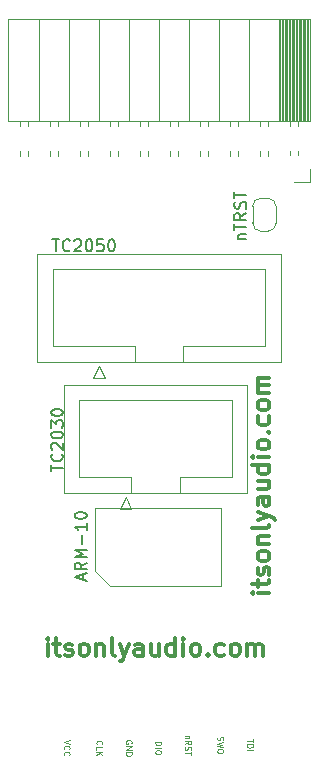
<source format=gbr>
G04 #@! TF.GenerationSoftware,KiCad,Pcbnew,5.99.0-unknown-c173ea14b~104~ubuntu20.04.1*
G04 #@! TF.CreationDate,2020-11-05T16:19:03+01:00*
G04 #@! TF.ProjectId,tc2050-arm2010,74633230-3530-42d6-9172-6d323031302e,rev?*
G04 #@! TF.SameCoordinates,Original*
G04 #@! TF.FileFunction,Legend,Top*
G04 #@! TF.FilePolarity,Positive*
%FSLAX46Y46*%
G04 Gerber Fmt 4.6, Leading zero omitted, Abs format (unit mm)*
G04 Created by KiCad (PCBNEW 5.99.0-unknown-c173ea14b~104~ubuntu20.04.1) date 2020-11-05 16:19:03*
%MOMM*%
%LPD*%
G01*
G04 APERTURE LIST*
%ADD10C,0.125000*%
%ADD11C,0.300000*%
%ADD12C,0.150000*%
%ADD13C,0.120000*%
G04 APERTURE END LIST*
D10*
X176160000Y-119259047D02*
X176183809Y-119211428D01*
X176183809Y-119140000D01*
X176160000Y-119068571D01*
X176112380Y-119020952D01*
X176064761Y-118997142D01*
X175969523Y-118973333D01*
X175898095Y-118973333D01*
X175802857Y-118997142D01*
X175755238Y-119020952D01*
X175707619Y-119068571D01*
X175683809Y-119140000D01*
X175683809Y-119187619D01*
X175707619Y-119259047D01*
X175731428Y-119282857D01*
X175898095Y-119282857D01*
X175898095Y-119187619D01*
X175683809Y-119497142D02*
X176183809Y-119497142D01*
X175683809Y-119782857D01*
X176183809Y-119782857D01*
X175683809Y-120020952D02*
X176183809Y-120020952D01*
X176183809Y-120140000D01*
X176160000Y-120211428D01*
X176112380Y-120259047D01*
X176064761Y-120282857D01*
X175969523Y-120306666D01*
X175898095Y-120306666D01*
X175802857Y-120282857D01*
X175755238Y-120259047D01*
X175707619Y-120211428D01*
X175683809Y-120140000D01*
X175683809Y-120020952D01*
D11*
X169052857Y-111818571D02*
X169052857Y-110818571D01*
X169052857Y-110318571D02*
X168981428Y-110390000D01*
X169052857Y-110461428D01*
X169124285Y-110390000D01*
X169052857Y-110318571D01*
X169052857Y-110461428D01*
X169552857Y-110818571D02*
X170124285Y-110818571D01*
X169767142Y-110318571D02*
X169767142Y-111604285D01*
X169838571Y-111747142D01*
X169981428Y-111818571D01*
X170124285Y-111818571D01*
X170552857Y-111747142D02*
X170695714Y-111818571D01*
X170981428Y-111818571D01*
X171124285Y-111747142D01*
X171195714Y-111604285D01*
X171195714Y-111532857D01*
X171124285Y-111390000D01*
X170981428Y-111318571D01*
X170767142Y-111318571D01*
X170624285Y-111247142D01*
X170552857Y-111104285D01*
X170552857Y-111032857D01*
X170624285Y-110890000D01*
X170767142Y-110818571D01*
X170981428Y-110818571D01*
X171124285Y-110890000D01*
X172052857Y-111818571D02*
X171910000Y-111747142D01*
X171838571Y-111675714D01*
X171767142Y-111532857D01*
X171767142Y-111104285D01*
X171838571Y-110961428D01*
X171910000Y-110890000D01*
X172052857Y-110818571D01*
X172267142Y-110818571D01*
X172410000Y-110890000D01*
X172481428Y-110961428D01*
X172552857Y-111104285D01*
X172552857Y-111532857D01*
X172481428Y-111675714D01*
X172410000Y-111747142D01*
X172267142Y-111818571D01*
X172052857Y-111818571D01*
X173195714Y-110818571D02*
X173195714Y-111818571D01*
X173195714Y-110961428D02*
X173267142Y-110890000D01*
X173410000Y-110818571D01*
X173624285Y-110818571D01*
X173767142Y-110890000D01*
X173838571Y-111032857D01*
X173838571Y-111818571D01*
X174767142Y-111818571D02*
X174624285Y-111747142D01*
X174552857Y-111604285D01*
X174552857Y-110318571D01*
X175195714Y-110818571D02*
X175552857Y-111818571D01*
X175910000Y-110818571D02*
X175552857Y-111818571D01*
X175410000Y-112175714D01*
X175338571Y-112247142D01*
X175195714Y-112318571D01*
X177124285Y-111818571D02*
X177124285Y-111032857D01*
X177052857Y-110890000D01*
X176910000Y-110818571D01*
X176624285Y-110818571D01*
X176481428Y-110890000D01*
X177124285Y-111747142D02*
X176981428Y-111818571D01*
X176624285Y-111818571D01*
X176481428Y-111747142D01*
X176410000Y-111604285D01*
X176410000Y-111461428D01*
X176481428Y-111318571D01*
X176624285Y-111247142D01*
X176981428Y-111247142D01*
X177124285Y-111175714D01*
X178481428Y-110818571D02*
X178481428Y-111818571D01*
X177838571Y-110818571D02*
X177838571Y-111604285D01*
X177910000Y-111747142D01*
X178052857Y-111818571D01*
X178267142Y-111818571D01*
X178410000Y-111747142D01*
X178481428Y-111675714D01*
X179838571Y-111818571D02*
X179838571Y-110318571D01*
X179838571Y-111747142D02*
X179695714Y-111818571D01*
X179410000Y-111818571D01*
X179267142Y-111747142D01*
X179195714Y-111675714D01*
X179124285Y-111532857D01*
X179124285Y-111104285D01*
X179195714Y-110961428D01*
X179267142Y-110890000D01*
X179410000Y-110818571D01*
X179695714Y-110818571D01*
X179838571Y-110890000D01*
X180552857Y-111818571D02*
X180552857Y-110818571D01*
X180552857Y-110318571D02*
X180481428Y-110390000D01*
X180552857Y-110461428D01*
X180624285Y-110390000D01*
X180552857Y-110318571D01*
X180552857Y-110461428D01*
X181481428Y-111818571D02*
X181338571Y-111747142D01*
X181267142Y-111675714D01*
X181195714Y-111532857D01*
X181195714Y-111104285D01*
X181267142Y-110961428D01*
X181338571Y-110890000D01*
X181481428Y-110818571D01*
X181695714Y-110818571D01*
X181838571Y-110890000D01*
X181910000Y-110961428D01*
X181981428Y-111104285D01*
X181981428Y-111532857D01*
X181910000Y-111675714D01*
X181838571Y-111747142D01*
X181695714Y-111818571D01*
X181481428Y-111818571D01*
X182624285Y-111675714D02*
X182695714Y-111747142D01*
X182624285Y-111818571D01*
X182552857Y-111747142D01*
X182624285Y-111675714D01*
X182624285Y-111818571D01*
X183981428Y-111747142D02*
X183838571Y-111818571D01*
X183552857Y-111818571D01*
X183410000Y-111747142D01*
X183338571Y-111675714D01*
X183267142Y-111532857D01*
X183267142Y-111104285D01*
X183338571Y-110961428D01*
X183410000Y-110890000D01*
X183552857Y-110818571D01*
X183838571Y-110818571D01*
X183981428Y-110890000D01*
X184838571Y-111818571D02*
X184695714Y-111747142D01*
X184624285Y-111675714D01*
X184552857Y-111532857D01*
X184552857Y-111104285D01*
X184624285Y-110961428D01*
X184695714Y-110890000D01*
X184838571Y-110818571D01*
X185052857Y-110818571D01*
X185195714Y-110890000D01*
X185267142Y-110961428D01*
X185338571Y-111104285D01*
X185338571Y-111532857D01*
X185267142Y-111675714D01*
X185195714Y-111747142D01*
X185052857Y-111818571D01*
X184838571Y-111818571D01*
X185981428Y-111818571D02*
X185981428Y-110818571D01*
X185981428Y-110961428D02*
X186052857Y-110890000D01*
X186195714Y-110818571D01*
X186410000Y-110818571D01*
X186552857Y-110890000D01*
X186624285Y-111032857D01*
X186624285Y-111818571D01*
X186624285Y-111032857D02*
X186695714Y-110890000D01*
X186838571Y-110818571D01*
X187052857Y-110818571D01*
X187195714Y-110890000D01*
X187267142Y-111032857D01*
X187267142Y-111818571D01*
D12*
X169469523Y-76592380D02*
X170040952Y-76592380D01*
X169755238Y-77592380D02*
X169755238Y-76592380D01*
X170945714Y-77497142D02*
X170898095Y-77544761D01*
X170755238Y-77592380D01*
X170660000Y-77592380D01*
X170517142Y-77544761D01*
X170421904Y-77449523D01*
X170374285Y-77354285D01*
X170326666Y-77163809D01*
X170326666Y-77020952D01*
X170374285Y-76830476D01*
X170421904Y-76735238D01*
X170517142Y-76640000D01*
X170660000Y-76592380D01*
X170755238Y-76592380D01*
X170898095Y-76640000D01*
X170945714Y-76687619D01*
X171326666Y-76687619D02*
X171374285Y-76640000D01*
X171469523Y-76592380D01*
X171707619Y-76592380D01*
X171802857Y-76640000D01*
X171850476Y-76687619D01*
X171898095Y-76782857D01*
X171898095Y-76878095D01*
X171850476Y-77020952D01*
X171279047Y-77592380D01*
X171898095Y-77592380D01*
X172517142Y-76592380D02*
X172612380Y-76592380D01*
X172707619Y-76640000D01*
X172755238Y-76687619D01*
X172802857Y-76782857D01*
X172850476Y-76973333D01*
X172850476Y-77211428D01*
X172802857Y-77401904D01*
X172755238Y-77497142D01*
X172707619Y-77544761D01*
X172612380Y-77592380D01*
X172517142Y-77592380D01*
X172421904Y-77544761D01*
X172374285Y-77497142D01*
X172326666Y-77401904D01*
X172279047Y-77211428D01*
X172279047Y-76973333D01*
X172326666Y-76782857D01*
X172374285Y-76687619D01*
X172421904Y-76640000D01*
X172517142Y-76592380D01*
X173755238Y-76592380D02*
X173279047Y-76592380D01*
X173231428Y-77068571D01*
X173279047Y-77020952D01*
X173374285Y-76973333D01*
X173612380Y-76973333D01*
X173707619Y-77020952D01*
X173755238Y-77068571D01*
X173802857Y-77163809D01*
X173802857Y-77401904D01*
X173755238Y-77497142D01*
X173707619Y-77544761D01*
X173612380Y-77592380D01*
X173374285Y-77592380D01*
X173279047Y-77544761D01*
X173231428Y-77497142D01*
X174421904Y-76592380D02*
X174517142Y-76592380D01*
X174612380Y-76640000D01*
X174660000Y-76687619D01*
X174707619Y-76782857D01*
X174755238Y-76973333D01*
X174755238Y-77211428D01*
X174707619Y-77401904D01*
X174660000Y-77497142D01*
X174612380Y-77544761D01*
X174517142Y-77592380D01*
X174421904Y-77592380D01*
X174326666Y-77544761D01*
X174279047Y-77497142D01*
X174231428Y-77401904D01*
X174183809Y-77211428D01*
X174183809Y-76973333D01*
X174231428Y-76782857D01*
X174279047Y-76687619D01*
X174326666Y-76640000D01*
X174421904Y-76592380D01*
X172076666Y-105420952D02*
X172076666Y-104944761D01*
X172362380Y-105516190D02*
X171362380Y-105182857D01*
X172362380Y-104849523D01*
X172362380Y-103944761D02*
X171886190Y-104278095D01*
X172362380Y-104516190D02*
X171362380Y-104516190D01*
X171362380Y-104135238D01*
X171410000Y-104040000D01*
X171457619Y-103992380D01*
X171552857Y-103944761D01*
X171695714Y-103944761D01*
X171790952Y-103992380D01*
X171838571Y-104040000D01*
X171886190Y-104135238D01*
X171886190Y-104516190D01*
X172362380Y-103516190D02*
X171362380Y-103516190D01*
X172076666Y-103182857D01*
X171362380Y-102849523D01*
X172362380Y-102849523D01*
X171981428Y-102373333D02*
X171981428Y-101611428D01*
X172362380Y-100611428D02*
X172362380Y-101182857D01*
X172362380Y-100897142D02*
X171362380Y-100897142D01*
X171505238Y-100992380D01*
X171600476Y-101087619D01*
X171648095Y-101182857D01*
X171362380Y-99992380D02*
X171362380Y-99897142D01*
X171410000Y-99801904D01*
X171457619Y-99754285D01*
X171552857Y-99706666D01*
X171743333Y-99659047D01*
X171981428Y-99659047D01*
X172171904Y-99706666D01*
X172267142Y-99754285D01*
X172314761Y-99801904D01*
X172362380Y-99897142D01*
X172362380Y-99992380D01*
X172314761Y-100087619D01*
X172267142Y-100135238D01*
X172171904Y-100182857D01*
X171981428Y-100230476D01*
X171743333Y-100230476D01*
X171552857Y-100182857D01*
X171457619Y-100135238D01*
X171410000Y-100087619D01*
X171362380Y-99992380D01*
D10*
X170933809Y-118973334D02*
X170433809Y-119140001D01*
X170933809Y-119306667D01*
X170481428Y-119759048D02*
X170457619Y-119735239D01*
X170433809Y-119663810D01*
X170433809Y-119616191D01*
X170457619Y-119544762D01*
X170505238Y-119497143D01*
X170552857Y-119473334D01*
X170648095Y-119449524D01*
X170719523Y-119449524D01*
X170814761Y-119473334D01*
X170862380Y-119497143D01*
X170910000Y-119544762D01*
X170933809Y-119616191D01*
X170933809Y-119663810D01*
X170910000Y-119735239D01*
X170886190Y-119759048D01*
X170481428Y-120259048D02*
X170457619Y-120235239D01*
X170433809Y-120163810D01*
X170433809Y-120116191D01*
X170457619Y-120044762D01*
X170505238Y-119997143D01*
X170552857Y-119973334D01*
X170648095Y-119949524D01*
X170719523Y-119949524D01*
X170814761Y-119973334D01*
X170862380Y-119997143D01*
X170910000Y-120044762D01*
X170933809Y-120116191D01*
X170933809Y-120163810D01*
X170910000Y-120235239D01*
X170886190Y-120259048D01*
X173231428Y-119342380D02*
X173207619Y-119318571D01*
X173183809Y-119247142D01*
X173183809Y-119199523D01*
X173207619Y-119128095D01*
X173255238Y-119080476D01*
X173302857Y-119056666D01*
X173398095Y-119032857D01*
X173469523Y-119032857D01*
X173564761Y-119056666D01*
X173612380Y-119080476D01*
X173660000Y-119128095D01*
X173683809Y-119199523D01*
X173683809Y-119247142D01*
X173660000Y-119318571D01*
X173636190Y-119342380D01*
X173183809Y-119794761D02*
X173183809Y-119556666D01*
X173683809Y-119556666D01*
X173183809Y-119961428D02*
X173683809Y-119961428D01*
X173183809Y-120247142D02*
X173469523Y-120032857D01*
X173683809Y-120247142D02*
X173398095Y-119961428D01*
X183457619Y-118699524D02*
X183433809Y-118770953D01*
X183433809Y-118890001D01*
X183457619Y-118937620D01*
X183481428Y-118961429D01*
X183529047Y-118985239D01*
X183576666Y-118985239D01*
X183624285Y-118961429D01*
X183648095Y-118937620D01*
X183671904Y-118890001D01*
X183695714Y-118794762D01*
X183719523Y-118747143D01*
X183743333Y-118723334D01*
X183790952Y-118699524D01*
X183838571Y-118699524D01*
X183886190Y-118723334D01*
X183910000Y-118747143D01*
X183933809Y-118794762D01*
X183933809Y-118913810D01*
X183910000Y-118985239D01*
X183933809Y-119151905D02*
X183433809Y-119270953D01*
X183790952Y-119366191D01*
X183433809Y-119461429D01*
X183933809Y-119580477D01*
X183933809Y-119866191D02*
X183933809Y-119961429D01*
X183910000Y-120009048D01*
X183862380Y-120056667D01*
X183767142Y-120080477D01*
X183600476Y-120080477D01*
X183505238Y-120056667D01*
X183457619Y-120009048D01*
X183433809Y-119961429D01*
X183433809Y-119866191D01*
X183457619Y-119818572D01*
X183505238Y-119770953D01*
X183600476Y-119747143D01*
X183767142Y-119747143D01*
X183862380Y-119770953D01*
X183910000Y-119818572D01*
X183933809Y-119866191D01*
D12*
X169362380Y-96230476D02*
X169362380Y-95659047D01*
X170362380Y-95944761D02*
X169362380Y-95944761D01*
X170267142Y-94754285D02*
X170314761Y-94801904D01*
X170362380Y-94944761D01*
X170362380Y-95040000D01*
X170314761Y-95182857D01*
X170219523Y-95278095D01*
X170124285Y-95325714D01*
X169933809Y-95373333D01*
X169790952Y-95373333D01*
X169600476Y-95325714D01*
X169505238Y-95278095D01*
X169410000Y-95182857D01*
X169362380Y-95040000D01*
X169362380Y-94944761D01*
X169410000Y-94801904D01*
X169457619Y-94754285D01*
X169457619Y-94373333D02*
X169410000Y-94325714D01*
X169362380Y-94230476D01*
X169362380Y-93992380D01*
X169410000Y-93897142D01*
X169457619Y-93849523D01*
X169552857Y-93801904D01*
X169648095Y-93801904D01*
X169790952Y-93849523D01*
X170362380Y-94420952D01*
X170362380Y-93801904D01*
X169362380Y-93182857D02*
X169362380Y-93087619D01*
X169410000Y-92992380D01*
X169457619Y-92944761D01*
X169552857Y-92897142D01*
X169743333Y-92849523D01*
X169981428Y-92849523D01*
X170171904Y-92897142D01*
X170267142Y-92944761D01*
X170314761Y-92992380D01*
X170362380Y-93087619D01*
X170362380Y-93182857D01*
X170314761Y-93278095D01*
X170267142Y-93325714D01*
X170171904Y-93373333D01*
X169981428Y-93420952D01*
X169743333Y-93420952D01*
X169552857Y-93373333D01*
X169457619Y-93325714D01*
X169410000Y-93278095D01*
X169362380Y-93182857D01*
X169362380Y-92516190D02*
X169362380Y-91897142D01*
X169743333Y-92230476D01*
X169743333Y-92087619D01*
X169790952Y-91992380D01*
X169838571Y-91944761D01*
X169933809Y-91897142D01*
X170171904Y-91897142D01*
X170267142Y-91944761D01*
X170314761Y-91992380D01*
X170362380Y-92087619D01*
X170362380Y-92373333D01*
X170314761Y-92468571D01*
X170267142Y-92516190D01*
X169362380Y-91278095D02*
X169362380Y-91182857D01*
X169410000Y-91087619D01*
X169457619Y-91040000D01*
X169552857Y-90992380D01*
X169743333Y-90944761D01*
X169981428Y-90944761D01*
X170171904Y-90992380D01*
X170267142Y-91040000D01*
X170314761Y-91087619D01*
X170362380Y-91182857D01*
X170362380Y-91278095D01*
X170314761Y-91373333D01*
X170267142Y-91420952D01*
X170171904Y-91468571D01*
X169981428Y-91516190D01*
X169743333Y-91516190D01*
X169552857Y-91468571D01*
X169457619Y-91420952D01*
X169410000Y-91373333D01*
X169362380Y-91278095D01*
D10*
X186433809Y-118878095D02*
X186433809Y-119163809D01*
X185933809Y-119020952D02*
X186433809Y-119020952D01*
X185933809Y-119330476D02*
X186433809Y-119330476D01*
X186433809Y-119449523D01*
X186410000Y-119520952D01*
X186362380Y-119568571D01*
X186314761Y-119592380D01*
X186219523Y-119616190D01*
X186148095Y-119616190D01*
X186052857Y-119592380D01*
X186005238Y-119568571D01*
X185957619Y-119520952D01*
X185933809Y-119449523D01*
X185933809Y-119330476D01*
X185933809Y-119830476D02*
X186433809Y-119830476D01*
X178183809Y-119128096D02*
X178683809Y-119128096D01*
X178683809Y-119247143D01*
X178660000Y-119318572D01*
X178612380Y-119366191D01*
X178564761Y-119390001D01*
X178469523Y-119413810D01*
X178398095Y-119413810D01*
X178302857Y-119390001D01*
X178255238Y-119366191D01*
X178207619Y-119318572D01*
X178183809Y-119247143D01*
X178183809Y-119128096D01*
X178183809Y-119628096D02*
X178683809Y-119628096D01*
X178683809Y-119961429D02*
X178683809Y-120056667D01*
X178660000Y-120104286D01*
X178612380Y-120151905D01*
X178517142Y-120175715D01*
X178350476Y-120175715D01*
X178255238Y-120151905D01*
X178207619Y-120104286D01*
X178183809Y-120056667D01*
X178183809Y-119961429D01*
X178207619Y-119913810D01*
X178255238Y-119866191D01*
X178350476Y-119842381D01*
X178517142Y-119842381D01*
X178612380Y-119866191D01*
X178660000Y-119913810D01*
X178683809Y-119961429D01*
D11*
X187838571Y-106497142D02*
X186838571Y-106497142D01*
X186338571Y-106497142D02*
X186410000Y-106568571D01*
X186481428Y-106497142D01*
X186410000Y-106425714D01*
X186338571Y-106497142D01*
X186481428Y-106497142D01*
X186838571Y-105997142D02*
X186838571Y-105425714D01*
X186338571Y-105782857D02*
X187624285Y-105782857D01*
X187767142Y-105711428D01*
X187838571Y-105568571D01*
X187838571Y-105425714D01*
X187767142Y-104997142D02*
X187838571Y-104854285D01*
X187838571Y-104568571D01*
X187767142Y-104425714D01*
X187624285Y-104354285D01*
X187552857Y-104354285D01*
X187410000Y-104425714D01*
X187338571Y-104568571D01*
X187338571Y-104782857D01*
X187267142Y-104925714D01*
X187124285Y-104997142D01*
X187052857Y-104997142D01*
X186910000Y-104925714D01*
X186838571Y-104782857D01*
X186838571Y-104568571D01*
X186910000Y-104425714D01*
X187838571Y-103497142D02*
X187767142Y-103640000D01*
X187695714Y-103711428D01*
X187552857Y-103782857D01*
X187124285Y-103782857D01*
X186981428Y-103711428D01*
X186910000Y-103640000D01*
X186838571Y-103497142D01*
X186838571Y-103282857D01*
X186910000Y-103140000D01*
X186981428Y-103068571D01*
X187124285Y-102997142D01*
X187552857Y-102997142D01*
X187695714Y-103068571D01*
X187767142Y-103140000D01*
X187838571Y-103282857D01*
X187838571Y-103497142D01*
X186838571Y-102354285D02*
X187838571Y-102354285D01*
X186981428Y-102354285D02*
X186910000Y-102282857D01*
X186838571Y-102140000D01*
X186838571Y-101925714D01*
X186910000Y-101782857D01*
X187052857Y-101711428D01*
X187838571Y-101711428D01*
X187838571Y-100782857D02*
X187767142Y-100925714D01*
X187624285Y-100997142D01*
X186338571Y-100997142D01*
X186838571Y-100354285D02*
X187838571Y-99997142D01*
X186838571Y-99640000D02*
X187838571Y-99997142D01*
X188195714Y-100140000D01*
X188267142Y-100211428D01*
X188338571Y-100354285D01*
X187838571Y-98425714D02*
X187052857Y-98425714D01*
X186910000Y-98497142D01*
X186838571Y-98640000D01*
X186838571Y-98925714D01*
X186910000Y-99068571D01*
X187767142Y-98425714D02*
X187838571Y-98568571D01*
X187838571Y-98925714D01*
X187767142Y-99068571D01*
X187624285Y-99140000D01*
X187481428Y-99140000D01*
X187338571Y-99068571D01*
X187267142Y-98925714D01*
X187267142Y-98568571D01*
X187195714Y-98425714D01*
X186838571Y-97068571D02*
X187838571Y-97068571D01*
X186838571Y-97711428D02*
X187624285Y-97711428D01*
X187767142Y-97640000D01*
X187838571Y-97497142D01*
X187838571Y-97282857D01*
X187767142Y-97140000D01*
X187695714Y-97068571D01*
X187838571Y-95711428D02*
X186338571Y-95711428D01*
X187767142Y-95711428D02*
X187838571Y-95854285D01*
X187838571Y-96140000D01*
X187767142Y-96282857D01*
X187695714Y-96354285D01*
X187552857Y-96425714D01*
X187124285Y-96425714D01*
X186981428Y-96354285D01*
X186910000Y-96282857D01*
X186838571Y-96140000D01*
X186838571Y-95854285D01*
X186910000Y-95711428D01*
X187838571Y-94997142D02*
X186838571Y-94997142D01*
X186338571Y-94997142D02*
X186410000Y-95068571D01*
X186481428Y-94997142D01*
X186410000Y-94925714D01*
X186338571Y-94997142D01*
X186481428Y-94997142D01*
X187838571Y-94068571D02*
X187767142Y-94211428D01*
X187695714Y-94282857D01*
X187552857Y-94354285D01*
X187124285Y-94354285D01*
X186981428Y-94282857D01*
X186910000Y-94211428D01*
X186838571Y-94068571D01*
X186838571Y-93854285D01*
X186910000Y-93711428D01*
X186981428Y-93640000D01*
X187124285Y-93568571D01*
X187552857Y-93568571D01*
X187695714Y-93640000D01*
X187767142Y-93711428D01*
X187838571Y-93854285D01*
X187838571Y-94068571D01*
X187695714Y-92925714D02*
X187767142Y-92854285D01*
X187838571Y-92925714D01*
X187767142Y-92997142D01*
X187695714Y-92925714D01*
X187838571Y-92925714D01*
X187767142Y-91568571D02*
X187838571Y-91711428D01*
X187838571Y-91997142D01*
X187767142Y-92140000D01*
X187695714Y-92211428D01*
X187552857Y-92282857D01*
X187124285Y-92282857D01*
X186981428Y-92211428D01*
X186910000Y-92140000D01*
X186838571Y-91997142D01*
X186838571Y-91711428D01*
X186910000Y-91568571D01*
X187838571Y-90711428D02*
X187767142Y-90854285D01*
X187695714Y-90925714D01*
X187552857Y-90997142D01*
X187124285Y-90997142D01*
X186981428Y-90925714D01*
X186910000Y-90854285D01*
X186838571Y-90711428D01*
X186838571Y-90497142D01*
X186910000Y-90354285D01*
X186981428Y-90282857D01*
X187124285Y-90211428D01*
X187552857Y-90211428D01*
X187695714Y-90282857D01*
X187767142Y-90354285D01*
X187838571Y-90497142D01*
X187838571Y-90711428D01*
X187838571Y-89568571D02*
X186838571Y-89568571D01*
X186981428Y-89568571D02*
X186910000Y-89497142D01*
X186838571Y-89354285D01*
X186838571Y-89140000D01*
X186910000Y-88997142D01*
X187052857Y-88925714D01*
X187838571Y-88925714D01*
X187052857Y-88925714D02*
X186910000Y-88854285D01*
X186838571Y-88711428D01*
X186838571Y-88497142D01*
X186910000Y-88354285D01*
X187052857Y-88282857D01*
X187838571Y-88282857D01*
D12*
X185195714Y-76592380D02*
X185862380Y-76592380D01*
X185290952Y-76592380D02*
X185243333Y-76544761D01*
X185195714Y-76449523D01*
X185195714Y-76306666D01*
X185243333Y-76211428D01*
X185338571Y-76163809D01*
X185862380Y-76163809D01*
X184862380Y-75830476D02*
X184862380Y-75259047D01*
X185862380Y-75544761D02*
X184862380Y-75544761D01*
X185862380Y-74354285D02*
X185386190Y-74687619D01*
X185862380Y-74925714D02*
X184862380Y-74925714D01*
X184862380Y-74544761D01*
X184910000Y-74449523D01*
X184957619Y-74401904D01*
X185052857Y-74354285D01*
X185195714Y-74354285D01*
X185290952Y-74401904D01*
X185338571Y-74449523D01*
X185386190Y-74544761D01*
X185386190Y-74925714D01*
X185814761Y-73973333D02*
X185862380Y-73830476D01*
X185862380Y-73592380D01*
X185814761Y-73497142D01*
X185767142Y-73449523D01*
X185671904Y-73401904D01*
X185576666Y-73401904D01*
X185481428Y-73449523D01*
X185433809Y-73497142D01*
X185386190Y-73592380D01*
X185338571Y-73782857D01*
X185290952Y-73878095D01*
X185243333Y-73925714D01*
X185148095Y-73973333D01*
X185052857Y-73973333D01*
X184957619Y-73925714D01*
X184910000Y-73878095D01*
X184862380Y-73782857D01*
X184862380Y-73544761D01*
X184910000Y-73401904D01*
X184862380Y-73116190D02*
X184862380Y-72544761D01*
X185862380Y-72830476D02*
X184862380Y-72830476D01*
D10*
X181017142Y-118604285D02*
X180683809Y-118604285D01*
X180969523Y-118604285D02*
X180993333Y-118628095D01*
X181017142Y-118675714D01*
X181017142Y-118747142D01*
X180993333Y-118794761D01*
X180945714Y-118818571D01*
X180683809Y-118818571D01*
X180683809Y-119342380D02*
X180921904Y-119175714D01*
X180683809Y-119056666D02*
X181183809Y-119056666D01*
X181183809Y-119247142D01*
X181160000Y-119294761D01*
X181136190Y-119318571D01*
X181088571Y-119342380D01*
X181017142Y-119342380D01*
X180969523Y-119318571D01*
X180945714Y-119294761D01*
X180921904Y-119247142D01*
X180921904Y-119056666D01*
X180707619Y-119532857D02*
X180683809Y-119604285D01*
X180683809Y-119723333D01*
X180707619Y-119770952D01*
X180731428Y-119794761D01*
X180779047Y-119818571D01*
X180826666Y-119818571D01*
X180874285Y-119794761D01*
X180898095Y-119770952D01*
X180921904Y-119723333D01*
X180945714Y-119628095D01*
X180969523Y-119580476D01*
X180993333Y-119556666D01*
X181040952Y-119532857D01*
X181088571Y-119532857D01*
X181136190Y-119556666D01*
X181160000Y-119580476D01*
X181183809Y-119628095D01*
X181183809Y-119747142D01*
X181160000Y-119818571D01*
X181183809Y-119961428D02*
X181183809Y-120247142D01*
X180683809Y-120104285D02*
X181183809Y-120104285D01*
D13*
X183570000Y-57960000D02*
X183570000Y-66590000D01*
X191250000Y-71700000D02*
X189920000Y-71700000D01*
X169240000Y-69100000D02*
X169240000Y-69540000D01*
X189560000Y-66590000D02*
X189560000Y-67000000D01*
X171780000Y-66590000D02*
X171780000Y-67000000D01*
X191011905Y-57960000D02*
X191011905Y-66590000D01*
X189240480Y-57960000D02*
X189240480Y-66590000D01*
X190303335Y-57960000D02*
X190303335Y-66590000D01*
X190280000Y-66590000D02*
X190280000Y-67000000D01*
X169240000Y-66590000D02*
X169240000Y-67000000D01*
X167420000Y-66590000D02*
X167420000Y-67000000D01*
X186110000Y-57960000D02*
X186110000Y-66590000D01*
X188768100Y-57960000D02*
X188768100Y-66590000D01*
X172500000Y-69100000D02*
X172500000Y-69540000D01*
X174320000Y-66590000D02*
X174320000Y-67000000D01*
X185200000Y-66590000D02*
X185200000Y-67000000D01*
X178490000Y-57960000D02*
X178490000Y-66590000D01*
X181030000Y-57960000D02*
X181030000Y-66590000D01*
X191250000Y-70590000D02*
X191250000Y-71700000D01*
X189476670Y-57960000D02*
X189476670Y-66590000D01*
X188886195Y-57960000D02*
X188886195Y-66590000D01*
X191250000Y-57960000D02*
X191250000Y-66590000D01*
X189122385Y-57960000D02*
X189122385Y-66590000D01*
X191250000Y-57960000D02*
X165730000Y-57960000D01*
X190893810Y-57960000D02*
X190893810Y-66590000D01*
X182660000Y-66590000D02*
X182660000Y-67000000D01*
X174320000Y-69100000D02*
X174320000Y-69540000D01*
X189712860Y-57960000D02*
X189712860Y-66590000D01*
X165730000Y-57960000D02*
X165730000Y-66590000D01*
X179400000Y-66590000D02*
X179400000Y-67000000D01*
X169960000Y-66590000D02*
X169960000Y-67000000D01*
X190280000Y-69100000D02*
X190280000Y-69480000D01*
X170870000Y-57960000D02*
X170870000Y-66590000D01*
X190539525Y-57960000D02*
X190539525Y-66590000D01*
X176860000Y-69100000D02*
X176860000Y-69540000D01*
X176860000Y-66590000D02*
X176860000Y-67000000D01*
X171780000Y-69100000D02*
X171780000Y-69540000D01*
X181940000Y-66590000D02*
X181940000Y-67000000D01*
X189004290Y-57960000D02*
X189004290Y-66590000D01*
X187020000Y-66590000D02*
X187020000Y-67000000D01*
X190067145Y-57960000D02*
X190067145Y-66590000D01*
X175040000Y-69100000D02*
X175040000Y-69540000D01*
X187740000Y-69100000D02*
X187740000Y-69540000D01*
X166700000Y-66590000D02*
X166700000Y-67000000D01*
X190657620Y-57960000D02*
X190657620Y-66590000D01*
X185200000Y-69100000D02*
X185200000Y-69540000D01*
X184480000Y-69100000D02*
X184480000Y-69540000D01*
X169960000Y-69100000D02*
X169960000Y-69540000D01*
X181940000Y-69100000D02*
X181940000Y-69540000D01*
X189949050Y-57960000D02*
X189949050Y-66590000D01*
X177580000Y-66590000D02*
X177580000Y-67000000D01*
X172500000Y-66590000D02*
X172500000Y-67000000D01*
X190185240Y-57960000D02*
X190185240Y-66590000D01*
X188650000Y-57960000D02*
X188650000Y-66590000D01*
X187020000Y-69100000D02*
X187020000Y-69540000D01*
X189830955Y-57960000D02*
X189830955Y-66590000D01*
X180120000Y-66590000D02*
X180120000Y-67000000D01*
X179400000Y-69100000D02*
X179400000Y-69540000D01*
X189358575Y-57960000D02*
X189358575Y-66590000D01*
X190421430Y-57960000D02*
X190421430Y-66590000D01*
X187740000Y-66590000D02*
X187740000Y-67000000D01*
X173410000Y-57960000D02*
X173410000Y-66590000D01*
X190775715Y-57960000D02*
X190775715Y-66590000D01*
X189594765Y-57960000D02*
X189594765Y-66590000D01*
X191250000Y-66590000D02*
X165730000Y-66590000D01*
X168330000Y-57960000D02*
X168330000Y-66590000D01*
X166700000Y-69100000D02*
X166700000Y-69540000D01*
X175950000Y-57960000D02*
X175950000Y-66590000D01*
X167420000Y-69100000D02*
X167420000Y-69540000D01*
X184480000Y-66590000D02*
X184480000Y-67000000D01*
X182660000Y-69100000D02*
X182660000Y-69540000D01*
X180120000Y-69100000D02*
X180120000Y-69540000D01*
X177580000Y-69100000D02*
X177580000Y-69540000D01*
X189560000Y-69100000D02*
X189560000Y-69480000D01*
X175040000Y-66590000D02*
X175040000Y-67000000D01*
X191130000Y-57960000D02*
X191130000Y-66590000D01*
X187710000Y-75890000D02*
X187110000Y-75890000D01*
X188410000Y-73790000D02*
X188410000Y-75190000D01*
X186410000Y-75190000D02*
X186410000Y-73790000D01*
X187110000Y-73090000D02*
X187710000Y-73090000D01*
X187110000Y-75890000D02*
G75*
G02*
X186410000Y-75190000I0J700000D01*
G01*
X187710000Y-73090000D02*
G75*
G02*
X188410000Y-73790000I0J-700000D01*
G01*
X186410000Y-73790000D02*
G75*
G02*
X187110000Y-73090000I700000J0D01*
G01*
X188410000Y-75190000D02*
G75*
G02*
X187710000Y-75890000I-700000J0D01*
G01*
X176440000Y-86930000D02*
X176440000Y-85620000D01*
X187480000Y-79120000D02*
X187480000Y-85620000D01*
X169500000Y-79120000D02*
X187480000Y-79120000D01*
X180540000Y-85620000D02*
X180540000Y-86930000D01*
X188780000Y-77810000D02*
X188780000Y-86930000D01*
X176440000Y-85620000D02*
X169500000Y-85620000D01*
X168200000Y-77810000D02*
X188780000Y-77810000D01*
X188780000Y-86930000D02*
X168200000Y-86930000D01*
X169500000Y-85620000D02*
X169500000Y-79120000D01*
X187480000Y-85620000D02*
X180540000Y-85620000D01*
X180540000Y-85620000D02*
X180540000Y-85620000D01*
X173410000Y-87320000D02*
X172910000Y-88320000D01*
X168200000Y-86930000D02*
X168200000Y-77810000D01*
X173910000Y-88320000D02*
X173410000Y-87320000D01*
X172910000Y-88320000D02*
X173910000Y-88320000D01*
X174340000Y-105950000D02*
X173070000Y-104680000D01*
X174340000Y-105950000D02*
X183750000Y-105950000D01*
X173070000Y-99330000D02*
X183750000Y-99330000D01*
X183750000Y-105950000D02*
X183750000Y-99330000D01*
X173070000Y-104680000D02*
X173070000Y-99330000D01*
X176160000Y-99420000D02*
X175660000Y-98420000D01*
X184650000Y-90220000D02*
X184650000Y-96720000D01*
X176150000Y-96720000D02*
X171750000Y-96720000D01*
X180250000Y-96720000D02*
X180250000Y-98030000D01*
X175660000Y-98420000D02*
X175160000Y-99420000D01*
X170450000Y-88910000D02*
X185950000Y-88910000D01*
X185950000Y-98030000D02*
X170450000Y-98030000D01*
X171750000Y-96720000D02*
X171750000Y-90220000D01*
X185950000Y-88910000D02*
X185950000Y-98030000D01*
X184650000Y-96720000D02*
X180250000Y-96720000D01*
X176150000Y-98030000D02*
X176150000Y-96720000D01*
X170450000Y-98030000D02*
X170450000Y-88910000D01*
X175160000Y-99420000D02*
X176160000Y-99420000D01*
X180250000Y-96720000D02*
X180250000Y-96720000D01*
X171750000Y-90220000D02*
X184650000Y-90220000D01*
M02*

</source>
